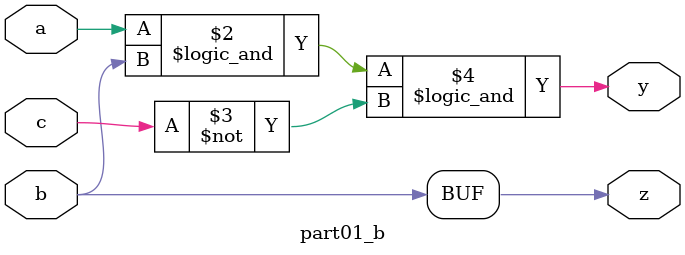
<source format=v>
`timescale 1ns / 1ps
module part01_b(
		input a,
		input b,
		input c,
		output reg y,
		output reg z
	);

	always @(a or b or c) begin

		y <= a && b && ~c;
		z <= b;

	end

endmodule

</source>
